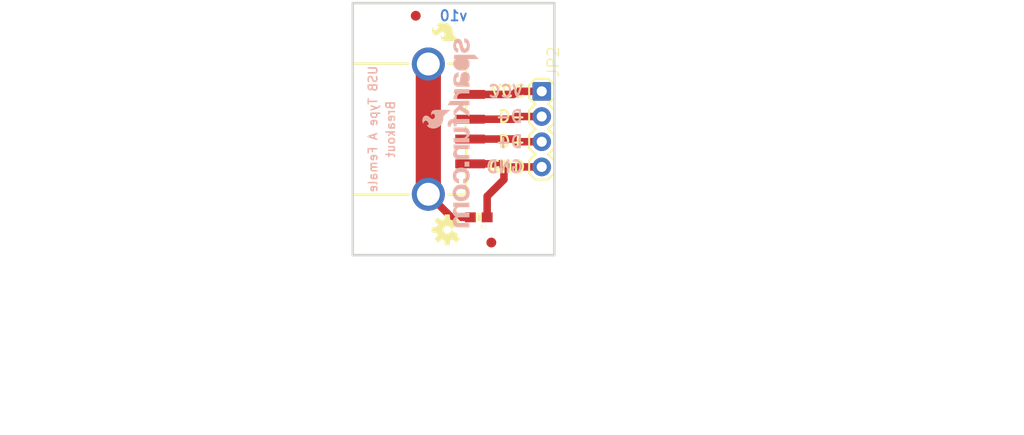
<source format=kicad_pcb>
(kicad_pcb (version 20211014) (generator pcbnew)
  (layers (0 "F.Cu" signal) (1 "In1.Cu" signal) (2 "In2.Cu" signal) (31 "B.Cu" signal) (34 "B.Paste" user) (35 "F.Paste" user) (36 "B.SilkS" user "B.Silkscreen") (37 "F.SilkS" user "F.Silkscreen") (38 "B.Mask" user) (39 "F.Mask" user) (44 "Edge.Cuts" user))
  (net 0 "")
  (net 1 "D+")
  (net 2 "D-")
  (net 3 "VCC")
  (net 4 "GND")
  (net 5 "N$1")
  (footprint "boardEagle:USB-A-S-NOSILK-FEMALE" (layer "F.Cu") (at 145.9611 105.0036)
    (fp_text reference "JP1")
    (fp_text value "USB+SHIELDUSB-A-S-NOSILK-FEMALE" hide)
    (pad "D+" smd rect (at 4.212 1) (size 3 0.9) (layers "F.Cu" "F.Paste" "F.Mask") (net 1 "D+"))
    (pad "D-" smd rect (at 4.212 -1) (size 3 0.9) (layers "F.Cu" "F.Paste" "F.Mask") (net 2 "D-"))
    (pad "GND" smd rect (at 4.212 3.5) (size 3 0.9) (layers "F.Cu" "F.Paste" "F.Mask") (net 4 "GND"))
    (pad "S1" thru_hole circle (at 0 6.5659 270) (size 3.3274 3.3274) (drill 2.3114) (layers *.Cu *.Mask) (net 5 "N$1"))
    (pad "S2" thru_hole circle (at 0 -6.5659 270) (size 3.3274 3.3274) (drill 2.3114) (layers *.Cu *.Mask) (net 5 "N$1"))
    (pad "VBUS" smd rect (at 4.212 -3.5) (size 3 0.9) (layers "F.Cu" "F.Paste" "F.Mask") (net 3 "VCC"))
  )
  (footprint "boardEagle:0603-RES" (layer "F.Cu") (at 151.0411 113.8936 180)
    (fp_text reference "R1" (at -0.889 -0.762 180) (layer "F.SilkS") (effects (font (size 0.373888 0.373888) (thickness 0.032512)) (justify right top)))
    (fp_text value "0")
    (fp_poly (pts (xy -0.2286 0.381) (xy 0.2286 0.381) (xy 0.2286 -0.381) (xy -0.2286 -0.381)) (layer "F.SilkS") (width 0) (fill solid))
    (pad "1" smd rect (at -0.85 0 180) (size 1.1 1) (layers "F.Cu" "F.Paste" "F.Mask") (net 4 "GND"))
    (pad "2" smd rect (at 0.85 0 180) (size 1.1 1) (layers "F.Cu" "F.Paste" "F.Mask") (net 5 "N$1"))
  )
  (footprint "boardEagle:STAND-OFF" (layer "F.Cu") (at 140.8811 94.8436)
    (fp_text reference "STANDOFF1" hide)
    (fp_text value "STAND-OFF" hide)
    (pad "" np_thru_hole circle (at 0 0) (size 3.302 3.302) (drill 3.302) (layers *.Cu *.Mask))
  )
  (footprint "boardEagle:1X04" (layer "F.Cu") (at 157.3911 101.1936 -90)
    (fp_text reference "JP2" (at -1.3462 -1.8288 -90) (layer "F.SilkS") (effects (font (size 1.143 1.143) (thickness 0.127)) (justify left bottom)))
    (fp_text value "")
    (fp_line (start 3.81 0.635) (end 3.175 1.27) (layer "F.SilkS") (width 0.2032))
    (fp_line (start 6.35 0.635) (end 5.715 1.27) (layer "F.SilkS") (width 0.2032))
    (fp_line (start 1.905 -1.27) (end 3.175 -1.27) (layer "F.SilkS") (width 0.2032))
    (fp_line (start 1.905 1.27) (end 1.27 0.635) (layer "F.SilkS") (width 0.2032))
    (fp_line (start 3.81 -0.635) (end 4.445 -1.27) (layer "F.SilkS") (width 0.2032))
    (fp_line (start -1.27 0.635) (end -0.635 1.27) (layer "F.SilkS") (width 0.2032))
    (fp_line (start 3.175 -1.27) (end 3.81 -0.635) (layer "F.SilkS") (width 0.2032))
    (fp_line (start 6.985 -1.27) (end 6.35 -0.635) (layer "F.SilkS") (width 0.2032))
    (fp_line (start 6.985 -1.27) (end 8.255 -1.27) (layer "F.SilkS") (width 0.2032))
    (fp_line (start 8.89 0.635) (end 8.255 1.27) (layer "F.SilkS") (width 0.2032))
    (fp_line (start 8.255 1.27) (end 6.985 1.27) (layer "F.SilkS") (width 0.2032))
    (fp_line (start -1.27 -0.635) (end -1.27 0.635) (layer "F.SilkS") (width 0.2032))
    (fp_line (start 8.89 -0.635) (end 8.89 0.635) (layer "F.SilkS") (width 0.2032))
    (fp_line (start 6.35 0.635) (end 6.985 1.27) (layer "F.SilkS") (width 0.2032))
    (fp_line (start 8.255 -1.27) (end 8.89 -0.635) (layer "F.SilkS") (width 0.2032))
    (fp_line (start -0.635 -1.27) (end -1.27 -0.635) (layer "F.SilkS") (width 0.2032))
    (fp_line (start 1.27 0.635) (end 0.635 1.27) (layer "F.SilkS") (width 0.2032))
    (fp_line (start 4.445 -1.27) (end 5.715 -1.27) (layer "F.SilkS") (width 0.2032))
    (fp_line (start 3.175 1.27) (end 1.905 1.27) (layer "F.SilkS") (width 0.2032))
    (fp_line (start 0.635 1.27) (end -0.635 1.27) (layer "F.SilkS") (width 0.2032))
    (fp_line (start 5.715 -1.27) (end 6.35 -0.635) (layer "F.SilkS") (width 0.2032))
    (fp_line (start 5.715 1.27) (end 4.445 1.27) (layer "F.SilkS") (width 0.2032))
    (fp_line (start 0.635 -1.27) (end 1.27 -0.635) (layer "F.SilkS") (width 0.2032))
    (fp_line (start -0.635 -1.27) (end 0.635 -1.27) (layer "F.SilkS") (width 0.2032))
    (fp_line (start 4.445 1.27) (end 3.81 0.635) (layer "F.SilkS") (width 0.2032))
    (fp_line (start 1.27 -0.635) (end 1.905 -1.27) (layer "F.SilkS") (width 0.2032))
    (pad "1" thru_hole rect (at 0 0) (size 1.8796 1.8796) (drill 1.016) (layers *.Cu *.Mask) (net 3 "VCC"))
    (pad "2" thru_hole circle (at 2.54 0) (size 1.8796 1.8796) (drill 1.016) (layers *.Cu *.Mask) (net 2 "D-"))
    (pad "3" thru_hole circle (at 5.08 0) (size 1.8796 1.8796) (drill 1.016) (layers *.Cu *.Mask) (net 1 "D+"))
    (pad "4" thru_hole circle (at 7.62 0) (size 1.8796 1.8796) (drill 1.016) (layers *.Cu *.Mask) (net 4 "GND"))
  )
  (footprint "boardEagle:CREATIVE_COMMONS" (layer "F.Cu") (at 123.1011 135.4836)
    (fp_text reference "FRAME1" hide)
    (fp_text value "FRAME-LETTER" hide)
  )
  (footprint "boardEagle:FIDUCIAL-1X2" (layer "F.Cu") (at 144.6911 93.5736)
    (fp_text reference "FID2" hide)
    (fp_text value "FIDUCIAL1X2" hide)
    (pad "1" smd roundrect (at 0 0) (size 1 1) (layers "F.Cu" "F.Mask") (roundrect_rratio 0.5))
  )
  (footprint "boardEagle:OSHW-LOGO-S" (layer "F.Cu") (at 147.8661 115.1636 90)
    (fp_text reference "LOGO2" hide)
    (fp_text value "OSHW-LOGOS" hide)
    (fp_poly (pts (xy 0.301647 -1.061351) (xy 0.42347 -1.022344) (xy 0.537177 -0.963769) (xy 0.92862 -1.282946) (xy 1.282946 -0.92862) (xy 0.961035 -0.533823) (xy 1.057046 -0.302084) (xy 1.5638 -0.250561) (xy 1.5638 0.250561) (xy 1.057046 0.302084) (xy 0.961035 0.533823) (xy 1.282946 0.92862) (xy 0.92862 1.282946) (xy 0.537177 0.96377) (xy 0.356601 1.056794) (xy 0.088679 0.410073) (xy 0.326262 0.2176) (xy 0.373649 0.121468) (xy 0.392729 0.010339) (xy 0.379464 -0.101634) (xy 0.334947 -0.205229) (xy 0.262842 -0.291918) (xy 0.169087 -0.354561) (xy 0.061406 -0.387999) (xy -0.051342 -0.38948) (xy -0.159868 -0.358881) (xy -0.255234 -0.298724) (xy -0.329589 -0.213962) (xy -0.376813 -0.111569) (xy -0.392176 -0.005767) (xy -0.322923 0.222565) (xy -0.249312 0.303773) (xy 0.091677 0.5081) (xy -0.12929 0.5081) (xy -0.355332 1.053732) (xy -0.506597 0.983577) (xy -0.538922 0.965192) (xy -0.92862 1.282946) (xy -1.282946 0.92862) (xy -0.961035 0.533823) (xy -1.057046 0.302084) (xy -1.5638 0.250561) (xy -1.5638 -0.250561) (xy -1.057046 -0.302084) (xy -0.961035 -0.533823) (xy -1.282946 -0.92862) (xy -0.92862 -1.282946) (xy -0.533823 -0.961035) (xy -0.302084 -1.057046) (xy -0.250561 -1.5638) (xy 0.250561 -1.5638)) (layer "F.SilkS") (width 0) (fill solid))
  )
  (footprint "boardEagle:STAND-OFF" (layer "F.Cu") (at 156.1211 115.1636)
    (fp_text reference "STANDOFF4" hide)
    (fp_text value "STAND-OFF" hide)
    (pad "" np_thru_hole circle (at 0 0) (size 3.302 3.302) (drill 3.302) (layers *.Cu *.Mask))
  )
  (footprint "boardEagle:SFE-LOGO-FLAME" (layer "F.Cu") (at 149.1361 96.1136 90)
    (fp_text reference "LOGO3" hide)
    (fp_text value "LOGO-SFESK" hide)
    (fp_poly (pts (xy 1.126002 -2.808203) (xy 1.215449 -2.785829) (xy 1.228477 -2.780783) (xy 1.240149 -2.774875) (xy 1.25686 -2.766576) (xy 1.275552 -2.759834) (xy 1.371694 -2.7026) (xy 1.3793 -2.7026) (xy 1.3793 -2.6772) (xy 1.306833 -2.6772) (xy 1.208418 -2.657914) (xy 1.074855 -2.495286) (xy 1.079365 -2.436825) (xy 1.12809 -2.341869) (xy 1.204666 -2.265196) (xy 1.294069 -2.200638) (xy 1.369348 -2.168824) (xy 1.450737 -2.171632) (xy 1.458864 -2.174186) (xy 1.466257 -2.177389) (xy 1.530514 -2.236956) (xy 1.5368 -2.259812) (xy 1.5368 -2.377938) (xy 1.763707 -2.148127) (xy 1.868186 -1.856841) (xy 1.871603 -1.856894) (xy 1.87806 -1.650435) (xy 1.848857 -1.45742) (xy 1.785308 -1.272842) (xy 1.6663 -1.061578) (xy 1.6663 -1.080581) (xy 1.378131 -0.80901) (xy 0.982239 -0.6985) (xy 0.753005 -0.6985) (xy 0.716201 -0.692046) (xy 0.681776 -0.679592) (xy 0.496322 -0.541784) (xy -0.0126 0.03091) (xy -0.0126 -1.52077) (xy 0.060004 -1.761967) (xy 0.168295 -1.865489) (xy 0.307122 -1.917522) (xy 0.4039 -1.925089) (xy 0.499384 -1.917623) (xy 0.55991 -1.908099) (xy 0.557788 -1.884433) (xy 0.522216 -1.885242) (xy 0.501784 -1.876141) (xy 0.420519 -1.817154) (xy 0.400722 -1.79067) (xy 0.390395 -1.7285) (xy 0.400905 -1.665229) (xy 0.421405 -1.625174) (xy 0.452343 -1.592685) (xy 0.546535 -1.54355) (xy 0.652229 -1.531742) (xy 0.742768 -1.550084) (xy 0.82422 -1.589656) (xy 0.92203 -1.754659) (xy 0.907706 -1.848844) (xy 0.850914 -1.930401) (xy 0.584707 -2.263237) (xy 0.561667 -2.510855) (xy 0.627495 -2.621556) (xy 0.629042 -2.623103) (xy 0.778901 -2.74712) (xy 1.032676 -2.817064)) (layer "F.SilkS") (width 0) (fill solid))
  )
  (footprint "boardEagle:FIDUCIAL-1X2" (layer "F.Cu") (at 152.3111 116.4336)
    (fp_text reference "FID1" hide)
    (fp_text value "FIDUCIAL1X2" hide)
    (pad "1" smd roundrect (at 0 0) (size 1 1) (layers "F.Cu" "F.Mask") (roundrect_rratio 0.5))
  )
  (footprint "boardEagle:STAND-OFF" (layer "F.Cu") (at 140.8811 115.1636)
    (fp_text reference "STANDOFF2" hide)
    (fp_text value "STAND-OFF" hide)
    (pad "" np_thru_hole circle (at 0 0) (size 3.302 3.302) (drill 3.302) (layers *.Cu *.Mask))
  )
  (footprint "boardEagle:STAND-OFF" (layer "F.Cu") (at 156.1211 94.8436)
    (fp_text reference "STANDOFF3" hide)
    (fp_text value "STAND-OFF" hide)
    (pad "" np_thru_hole circle (at 0 0) (size 3.302 3.302) (drill 3.302) (layers *.Cu *.Mask))
  )
  (footprint "boardEagle:SFE-NEW-WEBLOGO" (layer "B.Cu") (at 151.0411 95.8596 -90)
    (fp_text reference "LOGO1" hide)
    (fp_text value "LOGO-SFENEW" hide)
    (fp_line (start 11.1201 2.2962) (end 11.1277 2.2962) (layer "B.SilkS") (width 0.0254))
    (fp_line (start 15.5499 2.6137) (end 15.5499 2.2911) (layer "B.SilkS") (width 0.0254))
    (fp_line (start 11.7729 0.955) (end 11.7729 1.9202) (layer "B.SilkS") (width 0.0254))
    (fp_line (start 15.5702 2.6137) (end 15.5854 2.6137) (layer "B.SilkS") (width 0.0254))
    (fp_line (start 11.1201 2.5171) (end 11.1201 2.2962) (layer "B.SilkS") (width 0.0254))
    (fp_line (start 12.1818 0.955) (end 11.7729 0.955) (layer "B.SilkS") (width 0.0254))
    (fp_line (start 15.5499 2.2911) (end 15.527 2.2911) (layer "B.SilkS") (width 0.0254))
    (fp_line (start 10.7163 2.5171) (end 11.1201 2.5171) (layer "B.SilkS") (width 0.0254))
    (fp_line (start 15.5702 2.2962) (end 15.5702 2.6137) (layer "B.SilkS") (width 0.0254))
    (fp_line (start 11.1379 0.9449) (end 10.7163 0.9449) (layer "B.SilkS") (width 0.0254))
    (fp_line (start 10.7163 0.9449) (end 10.7163 2.5171) (layer "B.SilkS") (width 0.0254))
    (fp_line (start 12.1818 2.0091) (end 12.1818 0.955) (layer "B.SilkS") (width 0.0254))
    (fp_line (start 11.1379 1.8136) (end 11.1379 0.9449) (layer "B.SilkS") (width 0.0254))
    (fp_arc (start 11.4198 2.2327) (mid 11.475702 2.235165) (end 11.5316 2.2377) (layer "B.SilkS") (width 0.0254))
    (fp_arc (start 16.317 1.3665) (mid 16.380488 1.583529) (end 16.4033 1.8085) (layer "B.SilkS") (width 0.0254))
    (fp_arc (start 15.5499 2.6137) (mid 15.331296 2.577713) (end 15.1282 2.4892) (layer "B.SilkS") (width 0.0254))
    (fp_arc (start 11.1684 2.0396) (mid 11.146105 1.962214) (end 11.1379 1.8821) (layer "B.SilkS") (width 0.0254))
    (fp_arc (start 15.1714 1.6383) (mid 15.194331 1.520588) (end 15.24 1.4097) (layer "B.SilkS") (width 0.0254))
    (fp_arc (start 15.527 2.2911) (mid 15.388433 2.258974) (end 15.278099 2.1692) (layer "B.SilkS") (width 0.0254))
    (fp_arc (start 11.5976 2.2276) (mid 11.565101 2.235925) (end 11.5316 2.2377) (layer "B.SilkS") (width 0.0254))
    (fp_arc (start 16.129 2.4181) (mid 15.978822 2.520652) (end 15.809 2.5857) (layer "B.SilkS") (width 0.0254))
    (fp_arc (start 15.9868 1.7196) (mid 15.980368 1.846143) (end 15.9588 1.971) (layer "B.SilkS") (width 0.0254))
    (fp_arc (start 11.2725 2.446) (mid 11.226399 2.404414) (end 11.1862 2.3571) (layer "B.SilkS") (width 0.0254))
    (fp_arc (start 14.7549 1.9507) (mid 14.737287 1.759061) (end 14.7523 1.5672) (layer "B.SilkS") (width 0.0254))
    (fp_arc (start 15.128201 2.4892) (mid 14.882786 2.260687) (end 14.7549 1.9507) (layer "B.SilkS") (width 0.0254))
    (fp_arc (start 12.1818 2.0091) (mid 12.172765 2.122002) (end 12.1488 2.2327) (layer "B.SilkS") (width 0.0254))
    (fp_arc (start 15.7277 2.2708) (mid 15.650001 2.290018) (end 15.5702 2.2962) (layer "B.SilkS") (width 0.0254))
    (fp_arc (start 14.9911 1.1201) (mid 15.249615 0.972855) (end 15.5423 0.9195) (layer "B.SilkS") (width 0.0254))
    (fp_arc (start 15.809 2.5857) (mid 15.698073 2.606673) (end 15.5854 2.6137) (layer "B.SilkS") (width 0.0254))
    (fp_arc (start 11.5672 2.5552) (mid 11.411238 2.523841) (end 11.2725 2.446) (layer "B.SilkS") (width 0.0254))
    (fp_arc (start 11.1379 1.8821) (mid 11.137681 1.84785) (end 11.1379 1.8136) (layer "B.SilkS") (width 0.0254))
    (fp_arc (start 11.4198 2.2327) (mid 11.334441 2.214452) (end 11.259799 2.1692) (layer "B.SilkS") (width 0.0254))
    (fp_arc (start 15.908 1.4097) (mid 15.966057 1.559906) (end 15.9868 1.7196) (layer "B.SilkS") (width 0.0254))
    (fp_arc (start 15.9029 0.9754) (mid 16.153433 1.12491) (end 16.317 1.3665) (layer "B.SilkS") (width 0.0254))
    (fp_arc (start 11.1862 2.3571) (mid 11.172158 2.338081) (end 11.1582 2.319) (layer "B.SilkS") (width 0.0254))
    (fp_arc (start 15.8318 2.2047) (mid 15.783745 2.244042) (end 15.7277 2.2708) (layer "B.SilkS") (width 0.0254))
    (fp_arc (start 15.1689 1.8847) (mid 15.165026 1.761448) (end 15.1714 1.6383) (layer "B.SilkS") (width 0.0254))
    (fp_arc (start 15.7632 1.2725) (mid 15.846801 1.329279) (end 15.908 1.4097) (layer "B.SilkS") (width 0.0254))
    (fp_arc (start 11.7729 1.9202) (mid 11.758038 2.02962) (end 11.7145 2.1311) (layer "B.SilkS") (width 0.0254))
    (fp_arc (start 15.428 1.2522) (mid 15.597525 1.230563) (end 15.7632 1.2725) (layer "B.SilkS") (width 0.0254))
    (fp_arc (start 15.2781 2.1692) (mid 15.20247 2.035022) (end 15.168899 1.8847) (layer "B.SilkS") (width 0.0254))
    (fp_arc (start 15.24 1.4097) (mid 15.31871 1.3127) (end 15.428 1.2522) (layer "B.SilkS") (width 0.0254))
    (fp_arc (start 11.2598 2.1692) (mid 11.206137 2.110016) (end 11.1684 2.0396) (layer "B.SilkS") (width 0.0254))
    (fp_arc (start 14.8615 1.27) (mid 14.919858 1.189481) (end 14.9911 1.1201) (layer "B.SilkS") (width 0.0254))
    (fp_arc (start 15.9588 1.971) (mid 15.910982 2.096372) (end 15.8318 2.2047) (layer "B.SilkS") (width 0.0254))
    (fp_arc (start 16.4033 1.808499) (mid 16.333054 2.143404) (end 16.129 2.4181) (layer "B.SilkS") (width 0.0254))
    (fp_arc (start 11.1277 2.2962) (mid 11.137379 2.298176) (end 11.1455 2.3038) (layer "B.SilkS") (width 0.0254))
    (fp_arc (start 15.5423 0.9195) (mid 15.724919 0.932492) (end 15.9029 0.9754) (layer "B.SilkS") (width 0.0254))
    (fp_arc (start 11.1455 2.3038) (mid 11.152103 2.311188) (end 11.1582 2.319) (layer "B.SilkS") (width 0.0254))
    (fp_arc (start 14.7523 1.5672) (mid 14.792796 1.413418) (end 14.8615 1.27) (layer "B.SilkS") (width 0.0254))
    (fp_arc (start 12.0345 2.425699) (mid 11.911985 2.51116) (end 11.7678 2.5502) (layer "B.SilkS") (width 0.0254))
    (fp_arc (start 11.7145 2.1311) (mid 11.664346 2.1894) (end 11.5976 2.2276) (layer "B.SilkS") (width 0.0254))
    (fp_arc (start 11.7678 2.5502) (mid 11.667584 2.556058) (end 11.5672 2.5552) (layer "B.SilkS") (width 0.0254))
    (fp_arc (start 12.1488 2.232699) (mid 12.104013 2.336521) (end 12.0345 2.4257) (layer "B.SilkS") (width 0.0254))
    (fp_poly (pts (xy 12.4257 0.9449) (xy 12.921 0.9449) (xy 12.921 1.43) (xy 12.4257 1.43)) (layer "B.SilkS") (width 0) (fill solid))
    (fp_poly (pts (xy 1.201557 2.290098) (xy 1.414074 2.156268) (xy 1.42383 2.065) (xy 1.01008 2.065) (xy 1.00135 2.126336) (xy 0.936084 2.220524) (xy 0.871818 2.257603) (xy 0.798545 2.2758) (xy 0.628591 2.2758) (xy 0.583991 2.267366) (xy 0.541641 2.251683) (xy 0.51157 2.232098) (xy 0.488615 2.205726) (xy 0.469153 2.152745) (xy 0.474605 2.097619) (xy 0.521549 2.031824) (xy 0.664468 1.962838) (xy 0.866638 1.922444) (xy 1.206678 1.822687) (xy 1.354318 1.729494) (xy 1.389578 1.692366) (xy 1.416579 1.648151) (xy 1.460229 1.440208) (xy 1.447804 1.4376) (xy 1.460484 1.436955) (xy 1.457817 1.384541) (xy 1.452657 1.33034) (xy 1.371775 1.140043) (xy 1.14885 0.969822) (xy 1.013381 0.927267) (xy 0.74708 0.904177) (xy 0.617383 0.909691) (xy 0.487493 0.922202) (xy 0.306845 0.984179) (xy 0.185213 1.061804) (xy 0.109225 1.132023) (xy 0.056988 1.2215) (xy 0.013059 1.350644) (xy 0.002577 1.410659) (xy -0.00152 1.469003) (xy 0.738195 1.10308) (xy 1.120535 1.189415) (xy 1.224069 1.497645) (xy 0.809011 1.723764) (xy 0.364394 1.98847) (xy 0.308075 2.310537) (xy 0.741882 2.423672)) (layer "B.SilkS") (width 0) (fill solid))
    (fp_poly (pts (xy 17.714962 2.583496) (xy 17.714669 2.58013) (xy 17.812284 2.526288) (xy 17.900302 2.442716) (xy 17.956995 2.351455) (xy 17.961394 2.355854) (xy 18.007182 2.404147) (xy 18.086856 2.480888) (xy 18.177617 2.546023) (xy 18.30384 2.60027) (xy 18.440544 2.616304) (xy 18.698981 2.580082) (xy 18.93345 2.426436) (xy 19.05 2.112985) (xy 19.05 0.9398) (xy 18.6004 0.9398) (xy 18.6004 1.979658) (xy 18.558302 2.150487) (xy 18.49797 2.220003) (xy 18.412014 2.255689) (xy 18.322362 2.262413) (xy 18.233537 2.253336) (xy 18.121633 2.190061) (xy 18.068614 2.109201) (xy 18.041426 2.014408) (xy 18.036069 1.960144) (xy 18.034 1.904767) (xy 18.034 0.9398) (xy 17.5768 0.9398) (xy 17.5768 2.006808) (xy 17.507834 2.191589) (xy 17.433119 2.246143) (xy 17.339789 2.26304) (xy 17.298061 2.260863) (xy 17.256145 2.258198) (xy 17.19103 2.2421) (xy 17.135402 2.205103) (xy 17.092564 2.160343) (xy 17.055171 2.112821) (xy 17.0155 1.934108) (xy 17.0155 0.9423) (xy 16.5583 0.9423) (xy 16.5583 2.573) (xy 16.9824 2.573) (xy 16.9824 2.355139) (xy 16.985319 2.355789) (xy 17.015959 2.3959) (xy 17.093229 2.475705) (xy 17.171263 2.538367) (xy 17.262579 2.579887) (xy 17.318155 2.59498) (xy 17.374103 2.605849) (xy 17.443329 2.614463) (xy 17.514022 2.618767)) (layer "B.SilkS") (width 0) (fill solid))
    (fp_poly (pts (xy 8.337002 5.691103) (xy 8.426449 5.668729) (xy 8.439477 5.663683) (xy 8.451149 5.657775) (xy 8.46786 5.649476) (xy 8.486552 5.642734) (xy 8.582694 5.5855) (xy 8.5903 5.5855) (xy 8.5903 5.5601) (xy 8.517833 5.5601) (xy 8.419418 5.540814) (xy 8.285855 5.378186) (xy 8.290365 5.319725) (xy 8.33909 5.224769) (xy 8.415666 5.148096) (xy 8.505069 5.083538) (xy 8.580348 5.051724) (xy 8.661737 5.054532) (xy 8.669864 5.057086) (xy 8.677257 5.060289) (xy 8.741514 5.119856) (xy 8.7478 5.142712) (xy 8.7478 5.260838) (xy 8.974707 5.031027) (xy 9.079186 4.739741) (xy 9.082603 4.739794) (xy 9.08906 4.533335) (xy 9.059857 4.34032) (xy 8.996308 4.155742) (xy 8.8773 3.944478) (xy 8.8773 3.963481) (xy 8.589131 3.69191) (xy 8.193239 3.5814) (xy 7.964005 3.5814) (xy 7.927201 3.574946) (xy 7.892776 3.562492) (xy 7.707322 3.424684) (xy 7.1984 2.85199) (xy 7.1984 4.40367) (xy 7.271004 4.644867) (xy 7.379295 4.748389) (xy 7.518122 4.800422) (xy 7.6149 4.807989) (xy 7.710384 4.800523) (xy 7.77091 4.790999) (xy 7.768788 4.767333) (xy 7.733216 4.768142) (xy 7.712784 4.759041) (xy 7.631519 4.700054) (xy 7.611722 4.67357) (xy 7.601395 4.6114) (xy 7.611905 4.548129) (xy 7.632405 4.508074) (xy 7.663343 4.475585) (xy 7.757535 4.42645) (xy 7.863229 4.414642) (xy 7.953768 4.432984) (xy 8.03522 4.472556) (xy 8.13303 4.637559) (xy 8.118706 4.731744) (xy 8.061914 4.813301) (xy 7.795707 5.146137) (xy 7.772667 5.393755) (xy 7.838495 5.504456) (xy 7.840042 5.506003) (xy 7.989901 5.63002) (xy 8.243676 5.699964)) (layer "B.SilkS") (width 0) (fill solid))
    (fp_poly (pts (xy 0.803285 2.567895) (xy 0.944243 2.553799) (xy 1.081508 2.516334) (xy 1.193542 2.461399) (xy 1.291841 2.383865) (xy 1.357039 2.297824) (xy 1.377068 2.257603) (xy 1.393653 2.216867) (xy 1.417283 2.151914) (xy 1.353784 2.105111) (xy 1.152335 2.254241) (xy 0.736496 2.387002) (xy 0.372563 2.277101) (xy 0.417885 2.019712) (xy 1.241556 1.540676) (xy 1.263422 1.497067) (xy 1.147655 1.152457) (xy 0.724605 1.058492) (xy -0.038666 1.4605) (xy 0.4115 1.4605) (xy 0.4115 1.443466) (xy 0.420402 1.369907) (xy 0.454647 1.305856) (xy 0.524204 1.243359) (xy 0.610838 1.206018) (xy 0.637726 1.200933) (xy 0.665996 1.198897) (xy 0.7328 1.198389) (xy 0.79791 1.198884) (xy 0.968129 1.258019) (xy 1.007666 1.302193) (xy 1.028603 1.358428) (xy 1.025789 1.425439) (xy 0.995864 1.485288) (xy 0.943734 1.527918) (xy 0.715431 1.605731) (xy 0.533161 1.644154) (xy 0.351479 1.692254) (xy 0.230117 1.743632) (xy 0.122357 1.822697) (xy 0.0457 1.960096) (xy 0.0457 1.963141) (xy 0.038572 2.135467) (xy 0.0838 2.300409) (xy 0.0838 2.303445) (xy 0.206233 2.444416) (xy 0.620397 2.567885) (xy 0.71245 2.568634)) (layer "B.SilkS") (width 0) (fill solid))
    (fp_poly (pts (xy 4.444983 2.544915) (xy 4.588724 2.501712) (xy 4.72259 2.430523) (xy 4.844814 2.271666) (xy 4.859671 2.1819) (xy 4.8616 2.1819) (xy 4.8616 1.6891) (xy 4.864173 1.6891) (xy 4.861603 1.242544) (xy 4.871819 1.108765) (xy 4.906709 0.979276) (xy 4.920484 0.9423) (xy 4.495275 0.9423) (xy 4.477494 0.951279) (xy 4.472002 0.970735) (xy 4.468249 0.985133) (xy 4.446292 1.084946) (xy 4.440321 1.089528) (xy 4.438946 1.088886) (xy 4.309064 0.98859) (xy 4.153188 0.927249) (xy 3.824183 0.906712) (xy 3.683825 0.938256) (xy 3.554173 1.000134) (xy 3.486826 1.05665) (xy 3.437273 1.130532) (xy 3.3807 1.444163) (xy 3.3807 1.446675) (xy 3.401941 1.543624) (xy 3.446308 1.632822) (xy 3.527788 1.722902) (xy 3.632416 1.784766) (xy 3.937258 1.861632) (xy 4.048648 1.873601) (xy 4.159032 1.884616) (xy 4.224808 1.893434) (xy 4.289167 1.907055) (xy 4.336271 1.923637) (xy 4.379043 1.948303) (xy 4.407461 1.974391) (xy 4.413402 1.982997) (xy 4.4171 1.991455) (xy 4.4171 2.14983) (xy 4.358226 2.232254) (xy 4.254396 2.270917) (xy 4.188033 2.274326) (xy 4.120968 2.275774) (xy 4.006679 2.25395) (xy 3.883049 2.131716) (xy 3.8659 2.045941) (xy 3.8659 2.0295) (xy 3.429 2.0295) (xy 3.429 2.040006) (xy 3.418965 2.041638) (xy 3.439259 2.166448) (xy 3.491292 2.283494) (xy 3.571378 2.383462) (xy 3.674008 2.459597) (xy 3.791998 2.513469) (xy 3.916944 2.547448) (xy 4.18103 2.571338)) (layer "B.SilkS") (width 0) (fill solid))
    (fp_poly (pts (xy 2.834651 2.506079) (xy 2.92707 2.450683) (xy 3.011605 2.383731) (xy 3.1267 2.221709) (xy 3.1267 2.263503) (xy 3.219434 1.972794) (xy 3.236098 1.526727) (xy 3.068933 1.135798) (xy 2.975978 1.041462) (xy 2.864973 0.970996) (xy 2.740356 0.92713) (xy 2.372489 0.922) (xy 2.370226 0.922) (xy 2.254471 0.962806) (xy 2.0828 1.127587) (xy 2.0828 -0.010757) (xy 1.6434 0.385552) (xy 1.6434 2.45912) (xy 2.057593 2.537568) (xy 2.055012 2.330538) (xy 2.068304 2.345345) (xy 2.15812 2.442839) (xy 2.234107 2.497896) (xy 2.368681 2.552194) (xy 2.419192 2.562883) (xy 2.620347 2.565422)) (layer "B.SilkS") (width 0) (fill solid))
    (fp_poly (pts (xy 6.1316 2.557116) (xy 6.1316 2.1463) (xy 6.115783 2.1463) (xy 6.10653 2.147054) (xy 6.097893 2.149211) (xy 6.068387 2.157247) (xy 6.038922 2.161538) (xy 5.96265 2.16474) (xy 5.887609 2.16159) (xy 5.731931 2.107297) (xy 5.637642 2.018651) (xy 5.577302 1.903423) (xy 5.5499 1.736362) (xy 5.5499 0.9423) (xy 5.107878 0.9423) (xy 5.110519 2.454146) (xy 5.522 2.527255) (xy 5.522 2.234211) (xy 5.526569 2.235704) (xy 5.544428 2.262537) (xy 5.578841 2.314524) (xy 5.613758 2.367854) (xy 5.686736 2.438162) (xy 5.778008 2.498223) (xy 5.979984 2.565515)) (layer "B.SilkS") (width 0) (fill solid))
    (fp_poly (pts (xy 14.181776 2.563159) (xy 14.181555 2.560669) (xy 14.327447 2.496725) (xy 14.547848 2.246517) (xy 14.619242 1.9914) (xy 14.1707 1.9914) (xy 14.1707 2.005388) (xy 14.15242 2.10038) (xy 14.100807 2.180729) (xy 14.023181 2.236025) (xy 13.860405 2.2706) (xy 13.694207 2.245798) (xy 13.653262 2.227396) (xy 13.618712 2.198612) (xy 13.531409 2.074936) (xy 13.459735 1.779947) (xy 13.507258 1.471936) (xy 13.55233 1.379537) (xy 13.718934 1.256376) (xy 13.795519 1.238584) (xy 13.875272 1.234455) (xy 13.963395 1.249226) (xy 14.044683 1.286045) (xy 14.088707 1.320383) (xy 14.123821 1.362695) (xy 14.191983 1.5646) (xy 14.6202 1.5646) (xy 14.6202 1.546046) (xy 14.607183 1.4497) (xy 14.551954 1.307962) (xy 14.468685 1.180108) (xy 14.234909 0.989147) (xy 13.88734 0.904104) (xy 13.726062 0.914148) (xy 13.567886 0.942693) (xy 13.423659 0.994928) (xy 13.188191 1.185237) (xy 13.098694 1.32648) (xy 13.017451 1.644495) (xy 13.0251 1.894992) (xy 13.0251 1.896181) (xy 13.064859 2.076939) (xy 13.14486 2.243932) (xy 13.26133 2.388842) (xy 13.574558 2.580191) (xy 13.883988 2.616332)) (layer "B.SilkS") (width 0) (fill solid))
    (fp_poly (pts (xy 15.5499 2.609649) (xy 15.5499 2.29782) (xy 15.429469 2.281338) (xy 15.314616 2.217851) (xy 15.23586 2.109416) (xy 15.196312 2.020604) (xy 15.168868 1.873153) (xy 15.163824 1.687316) (xy 15.181322 1.562471) (xy 15.218744 1.447652) (xy 15.272523 1.345) (xy 15.437302 1.244156) (xy 15.6121 1.221967) (xy 15.787119 1.281181) (xy 15.894998 1.379217) (xy 15.949332 1.500229) (xy 15.9868 1.655017) (xy 15.9868 1.797481) (xy 15.961756 1.990339) (xy 15.88736 2.151531) (xy 15.803924 2.232457) (xy 15.708711 2.283762) (xy 15.58997 2.2936) (xy 15.567485 2.2936) (xy 15.57294 2.617878) (xy 15.788992 2.590535) (xy 15.954486 2.53364) (xy 16.155367 2.394616) (xy 16.266844 2.264968) (xy 16.37246 2.027864) (xy 16.400898 1.805948) (xy 16.375193 1.592623) (xy 16.305839 1.343513) (xy 16.222719 1.211114) (xy 16.101494 1.095067) (xy 15.987532 1.014773) (xy 15.799031 0.950211) (xy 15.544583 0.924513) (xy 15.240687 0.965682) (xy 14.951456 1.146439) (xy 14.788469 1.399985) (xy 14.726674 1.793647) (xy 14.809154 2.154405) (xy 15.026083 2.4307) (xy 15.368412 2.600648) (xy 15.51864 2.6187) (xy 15.52691 2.6187)) (layer "B.SilkS") (width 0) (fill solid))
    (fp_poly (pts (xy 9.4234 1.520809) (xy 9.472888 1.359974) (xy 9.516069 1.308185) (xy 9.573108 1.271734) (xy 9.714103 1.241374) (xy 9.853529 1.268908) (xy 10.003067 1.442966) (xy 10.033 1.684784) (xy 10.033 2.5273) (xy 10.48 2.5273) (xy 10.48 0.9398) (xy 10.0533 0.9398) (xy 10.0533 1.159713) (xy 9.961626 1.051965) (xy 9.823848 0.946774) (xy 9.797269 0.933513) (xy 9.76873 0.924761) (xy 9.46843 0.899096) (xy 9.311419 0.929258) (xy 9.173895 1.0008) (xy 9.172522 1.0008) (xy 9.155194 1.014756) (xy 9.141833 1.028106) (xy 9.055991 1.150842) (xy 9.0022 1.291099) (xy 8.984 1.439423) (xy 8.984 2.5324) (xy 9.4234 2.5324)) (layer "B.SilkS") (width 0) (fill solid))
    (fp_poly (pts (xy 8.809435 3.119895) (xy 8.875117 3.1166) (xy 8.89 3.1166) (xy 8.89 2.7889) (xy 8.869112 2.7889) (xy 8.841108 2.7915) (xy 8.660351 2.7915) (xy 8.587936 2.740064) (xy 8.571192 2.699602) (xy 8.5649 2.653436) (xy 8.5649 2.5273) (xy 8.8621 2.5273) (xy 8.8621 2.2352) (xy 8.5623 2.2352) (xy 8.5623 0.9322) (xy 8.1204 0.9322) (xy 8.1204 2.232779) (xy 7.70383 2.235391) (xy 7.995739 2.5273) (xy 8.1255 2.5273) (xy 8.1255 2.560826) (xy 8.143432 2.77702) (xy 8.219199 2.938937) (xy 8.324367 3.032939) (xy 8.449534 3.095959) (xy 8.586403 3.1242) (xy 8.743112 3.1242)) (layer "B.SilkS") (width 0) (fill solid))
    (fp_poly (pts (xy 6.7335 1.97376) (xy 7.284539 2.5248) (xy 7.78835 2.5248) (xy 7.197009 1.946483) (xy 7.869909 0.937183) (xy 7.330929 0.939835) (xy 6.903958 1.643716) (xy 6.7386 1.483032) (xy 6.7386 0.9296) (xy 6.306639 0.9296) (xy 6.2941 0.942139) (xy 6.2941 2.887776) (xy 6.7335 3.138467)) (layer "B.SilkS") (width 0) (fill solid))
    (fp_poly (pts (xy 11.770768 2.56283) (xy 12.043428 2.435548) (xy 12.160999 2.237024) (xy 12.1945 2.010032) (xy 12.1945 0.9423) (xy 11.7602 0.9423) (xy 11.7602 1.918474) (xy 11.70302 2.124971) (xy 11.656141 2.179464) (xy 11.593345 2.215403) (xy 11.53092 2.224956) (xy 11.476269 2.222478) (xy 11.422495 2.220106) (xy 11.268 2.158791) (xy 11.18035 2.034508) (xy 11.1506 1.880883) (xy 11.1506 0.9322) (xy 10.7036 0.9322) (xy 10.7036 2.5298) (xy 11.1328 2.5298) (xy 11.1328 2.310454) (xy 11.136857 2.313263) (xy 11.148195 2.326834) (xy 11.161924 2.345602) (xy 11.176241 2.364992) (xy 11.217267 2.413279) (xy 11.265048 2.456381) (xy 11.406772 2.535896) (xy 11.566093 2.567932)) (layer "B.SilkS") (width 0) (fill solid))
  )
  (gr_line (start 147.9931 98.3996) (end 149.7711 98.3996) (layer "F.SilkS") (width 0.254))
  (gr_line (start 149.7711 98.3996) (end 149.7711 100.6856) (layer "F.SilkS") (width 0.254))
  (gr_line (start 149.7711 111.6076) (end 147.9931 111.6076) (layer "F.SilkS") (width 0.254))
  (gr_line (start 149.7711 104.7496) (end 149.7711 105.2576) (layer "F.SilkS") (width 0.254))
  (gr_line (start 149.7711 106.7816) (end 149.7711 107.7976) (layer "F.SilkS") (width 0.254))
  (gr_line (start 149.7711 109.3216) (end 149.7711 111.6076) (layer "F.SilkS") (width 0.254))
  (gr_line (start 149.7711 102.2096) (end 149.7711 103.2256) (layer "F.SilkS") (width 0.254))
  (gr_line (start 138.3411 98.3996) (end 143.9291 98.3996) (layer "F.SilkS") (width 0.254))
  (gr_line (start 138.3411 111.6076) (end 143.9291 111.6076) (layer "F.SilkS") (width 0.254))
  (gr_line (start 138.3411 92.3036) (end 158.6611 92.3036) (layer "Edge.Cuts") (width 0.254))
  (gr_line (start 158.6611 117.7036) (end 138.3411 117.7036) (layer "Edge.Cuts") (width 0.254))
  (gr_line (start 158.6611 92.3036) (end 158.6611 117.7036) (layer "Edge.Cuts") (width 0.254))
  (gr_line (start 138.3411 117.7036) (end 138.3411 92.3036) (layer "Edge.Cuts") (width 0.254))
  (gr_text "v10" (at 148.5011 93.5736) (layer "B.Cu") (effects (font (size 1.03632 1.03632) (thickness 0.18288)) (justify mirror)))
  (gr_text "USB Type A Female" (at 140.8811 105.0036 -270) (layer "B.SilkS") (effects (font (size 0.8636 0.8636) (thickness 0.1524)) (justify bottom mirror)))
  (gr_text "VCC" (at 155.6131 101.1936) (layer "B.SilkS") (effects (font (size 1.20904 1.20904) (thickness 0.21336)) (justify left mirror)))
  (gr_text "GND" (at 155.6131 108.8136) (layer "B.SilkS") (effects (font (size 1.20904 1.20904) (thickness 0.21336)) (justify left mirror)))
  (gr_text "D+" (at 155.6131 106.2736) (layer "B.SilkS") (effects (font (size 1.20904 1.20904) (thickness 0.21336)) (justify left mirror)))
  (gr_text "D-" (at 155.6131 103.7336) (layer "B.SilkS") (effects (font (size 1.20904 1.20904) (thickness 0.21336)) (justify left mirror)))
  (gr_text "Breakout" (at 142.6591 105.0036 -270) (layer "B.SilkS") (effects (font (size 0.8636 0.8636) (thickness 0.1524)) (justify bottom mirror)))
  (gr_text "GND" (at 155.8671 108.8136) (layer "F.SilkS") (effects (font (size 1.20904 1.20904) (thickness 0.21336)) (justify right)))
  (gr_text "D-" (at 155.8671 103.7336) (layer "F.SilkS") (effects (font (size 1.20904 1.20904) (thickness 0.21336)) (justify right)))
  (gr_text "D+" (at 155.8671 106.2736) (layer "F.SilkS") (effects (font (size 1.20904 1.20904) (thickness 0.21336)) (justify right)))
  (gr_text "VCC" (at 155.8671 101.1936) (layer "F.SilkS") (effects (font (size 1.20904 1.20904) (thickness 0.21336)) (justify right)))
  (segment (start 150.1731 106.0036) (end 154.5811 106.0036) (width 0.762) (layer "F.Cu") (net 1))
  (segment (start 157.3911 106.2736) (end 154.8511 106.2736) (width 0.762) (layer "F.Cu") (net 1))
  (segment (start 154.5811 106.0036) (end 154.8511 106.2736) (width 0.762) (layer "F.Cu") (net 1))
  (segment (start 157.3911 103.7336) (end 154.8511 103.7336) (width 0.762) (layer "F.Cu") (net 2))
  (segment (start 154.5811 104.0036) (end 154.8511 103.7336) (width 0.762) (layer "F.Cu") (net 2))
  (segment (start 150.1731 104.0036) (end 154.5811 104.0036) (width 0.762) (layer "F.Cu") (net 2))
  (segment (start 157.3911 101.1936) (end 154.8511 101.1936) (width 0.762) (layer "F.Cu") (net 3))
  (segment (start 150.1731 101.5036) (end 154.5411 101.5036) (width 0.762) (layer "F.Cu") (net 3))
  (segment (start 154.5411 101.5036) (end 154.8511 101.1936) (width 0.762) (layer "F.Cu") (net 3))
  (segment (start 151.8911 111.7736) (end 153.5811 110.0836) (width 0.762) (layer "F.Cu") (net 4))
  (segment (start 153.5811 108.8136) (end 157.3911 108.8136) (width 0.762) (layer "F.Cu") (net 4))
  (segment (start 153.5811 110.0836) (end 153.5811 108.8136) (width 0.762) (layer "F.Cu") (net 4))
  (segment (start 151.8911 113.8936) (end 151.8911 111.7736) (width 0.762) (layer "F.Cu") (net 4))
  (segment (start 153.2711 108.5036) (end 153.5811 108.8136) (width 0.762) (layer "F.Cu") (net 4))
  (segment (start 150.1731 108.5036) (end 153.2711 108.5036) (width 0.762) (layer "F.Cu") (net 4))
  (segment (start 145.9611 98.4377) (end 145.9611 111.5695) (width 2.54) (layer "F.Cu") (net 5))
  (segment (start 148.2852 113.8936) (end 145.9611 111.5695) (width 0.762) (layer "F.Cu") (net 5))
  (segment (start 150.1911 113.8936) (end 148.2852 113.8936) (width 0.762) (layer "F.Cu") (net 5))
)
</source>
